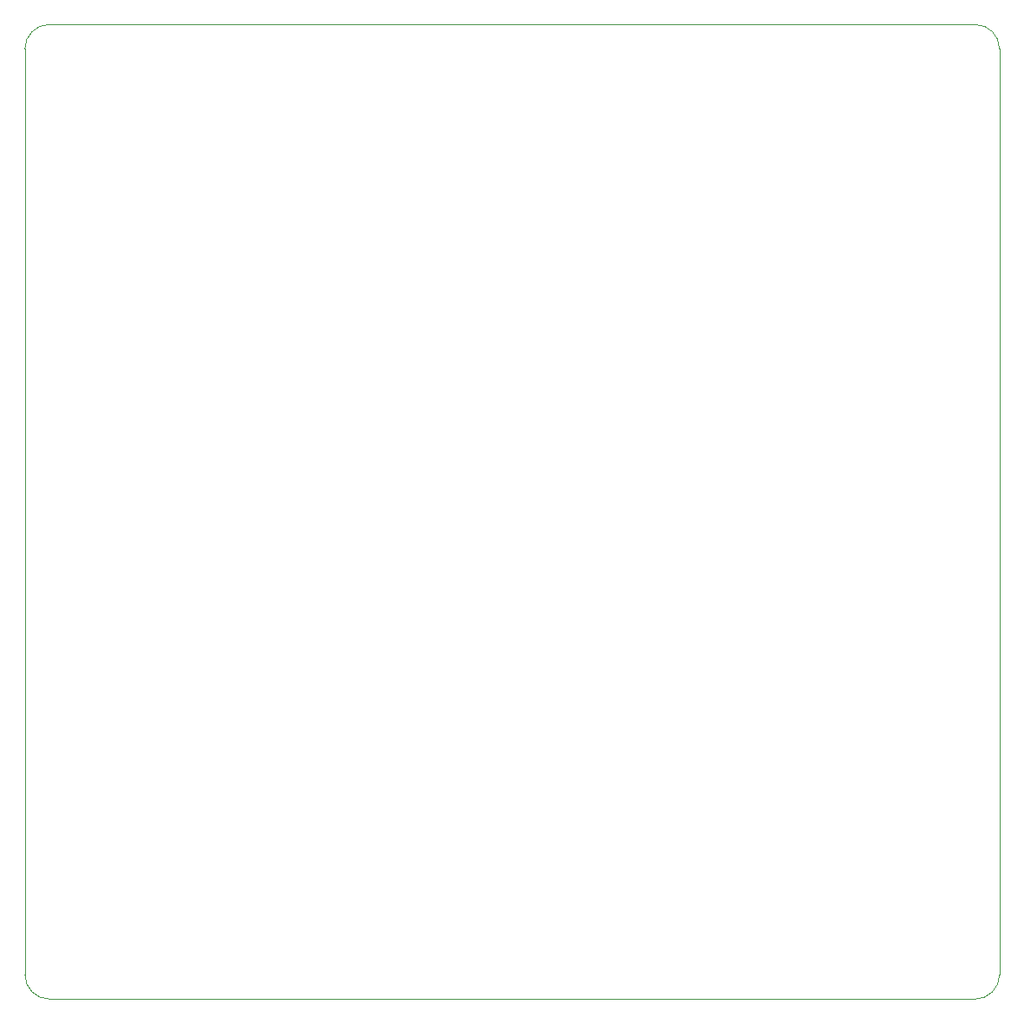
<source format=gm1>
%TF.GenerationSoftware,KiCad,Pcbnew,(7.0.0)*%
%TF.CreationDate,2023-03-14T21:06:17+08:00*%
%TF.ProjectId,kai_split_left,6b61695f-7370-46c6-9974-5f6c6566742e,rev?*%
%TF.SameCoordinates,Original*%
%TF.FileFunction,Profile,NP*%
%FSLAX46Y46*%
G04 Gerber Fmt 4.6, Leading zero omitted, Abs format (unit mm)*
G04 Created by KiCad (PCBNEW (7.0.0)) date 2023-03-14 21:06:17*
%MOMM*%
%LPD*%
G01*
G04 APERTURE LIST*
%TA.AperFunction,Profile*%
%ADD10C,0.100000*%
%TD*%
G04 APERTURE END LIST*
D10*
X115093750Y-117475000D02*
G75*
G03*
X117475000Y-115093750I-50J2381300D01*
G01*
X22225000Y-115093750D02*
G75*
G03*
X24606250Y-117475000I2381250J0D01*
G01*
X117475000Y-24606250D02*
G75*
G03*
X115093750Y-22225000I-2381300J-50D01*
G01*
X24606250Y-117475000D02*
X115093750Y-117475000D01*
X22225000Y-24606250D02*
X22225000Y-115093750D01*
X117475000Y-115093750D02*
X117475000Y-24606250D01*
X24606250Y-22225000D02*
G75*
G03*
X22225000Y-24606250I0J-2381250D01*
G01*
X115093750Y-22225000D02*
X24606250Y-22225000D01*
M02*

</source>
